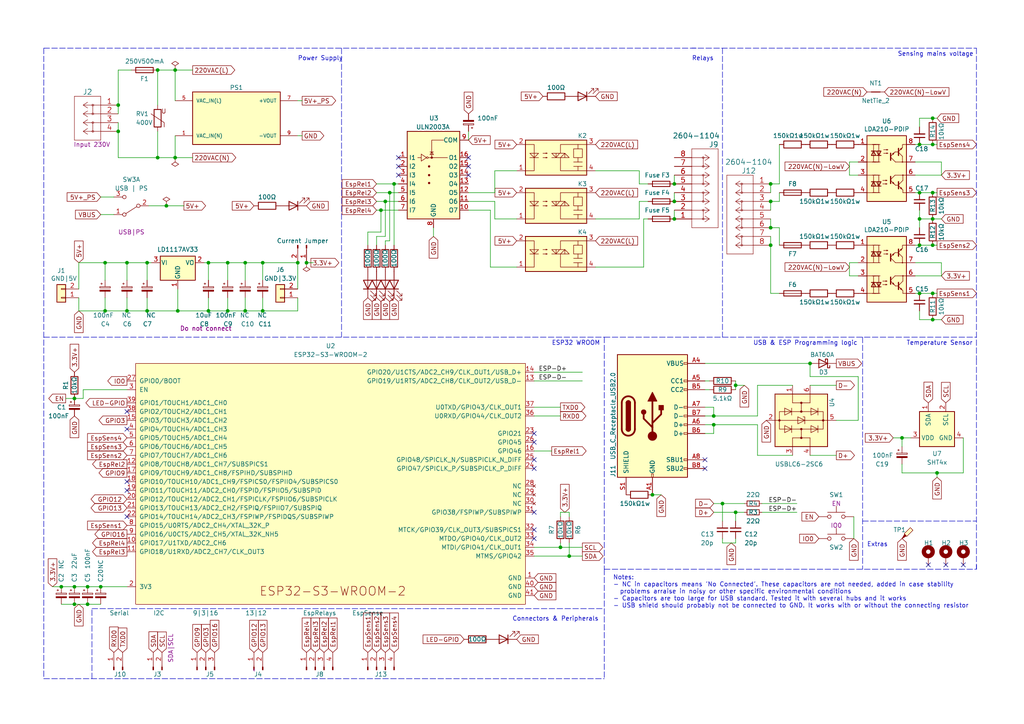
<source format=kicad_sch>
(kicad_sch (version 20211123) (generator eeschema)
  (paper "A4")
  (title_block (title "Home Assistant module for lights control") (date "2023-02-01") (rev "20230201.22"))
  (junction (at 270.51 63.5))
  (junction (at 266.7 85.09))
  (junction (at 21.59 115.57))
  (junction (at 270.51 92.71))
  (junction (at 266.7 63.5))
  (junction (at 165.1 161.29))
  (junction (at 21.59 175.26))
  (junction (at 25.4 175.26))
  (junction (at 270.51 71.12))
  (junction (at 30.48 76.2))
  (junction (at 213.36 148.59))
  (junction (at 60.452 90.17))
  (junction (at 36.83 90.17))
  (junction (at 25.4 170.18))
  (junction (at 223.52 53.34))
  (junction (at 189.23 143.51))
  (junction (at 51.562 90.17))
  (junction (at 223.52 58.42))
  (junction (at 45.72 45.72))
  (junction (at 111.76 58.42))
  (junction (at 271.78 137.16))
  (junction (at 223.52 66.04))
  (junction (at 60.452 76.2))
  (junction (at 36.83 76.2))
  (junction (at 71.12 76.2))
  (junction (at 88.9 76.2))
  (junction (at 195.58 63.5))
  (junction (at 17.78 170.18))
  (junction (at 66.04 90.17))
  (junction (at 270.51 41.91))
  (junction (at 113.03 55.88))
  (junction (at 71.12 90.17))
  (junction (at 50.8 45.72))
  (junction (at 110.49 60.96))
  (junction (at 48.26 59.69))
  (junction (at 270.51 85.09))
  (junction (at 270.51 55.88))
  (junction (at 34.29 38.1))
  (junction (at 50.8 20.32))
  (junction (at 195.58 53.34))
  (junction (at 207.01 123.19))
  (junction (at 213.36 111.76))
  (junction (at 270.51 34.29))
  (junction (at 30.48 90.17))
  (junction (at 21.59 170.18))
  (junction (at 86.36 76.2))
  (junction (at 76.2 76.2))
  (junction (at 29.21 170.18))
  (junction (at 261.62 127))
  (junction (at 266.7 71.12))
  (junction (at 42.672 76.2))
  (junction (at 34.29 30.48))
  (junction (at 42.672 90.17))
  (junction (at 66.04 76.2))
  (junction (at 195.58 58.42))
  (junction (at 45.72 20.32))
  (junction (at 223.52 71.12))
  (junction (at 207.01 120.65))
  (junction (at 266.7 41.91))
  (junction (at 114.3 53.34))
  (junction (at 266.7 55.88))
  (junction (at 209.55 146.05))
  (junction (at 76.2 90.17))
  (junction (at 162.56 158.75))
  (junction (at 234.95 105.41))
  (no_connect (at 135.89 48.26))
  (no_connect (at 279.4 163.83))
  (no_connect (at 135.89 50.8))
  (no_connect (at 204.47 135.89))
  (no_connect (at 204.47 133.35))
  (no_connect (at 274.32 163.83))
  (no_connect (at 135.89 45.72))
  (no_connect (at 154.94 156.21))
  (no_connect (at 154.94 135.89))
  (no_connect (at 154.94 153.67))
  (no_connect (at 154.94 148.59))
  (no_connect (at 154.94 128.27))
  (no_connect (at 154.94 125.73))
  (no_connect (at 154.94 133.35))
  (no_connect (at 36.83 119.38))
  (no_connect (at 36.83 142.24))
  (no_connect (at 36.83 139.7))
  (no_connect (at 36.83 149.86))
  (no_connect (at 36.83 124.46))
  (no_connect (at 115.57 45.72))
  (no_connect (at 115.57 50.8))
  (no_connect (at 269.24 163.83))
  (no_connect (at 115.57 48.26))
  (polyline (pts (xy 175.26 165.1) (xy 175.26 196.85)))
  (wire (pts (xy 21.59 175.26) (xy 17.78 175.26)))
  (wire (pts (xy 261.62 127) (xy 264.16 127)))
  (wire (pts (xy 259.08 127) (xy 261.62 127)))
  (wire (pts (xy 142.24 77.47) (xy 149.86 77.47)))
  (wire (pts (xy 279.4 127) (xy 279.4 137.16)))
  (wire (pts (xy 270.51 71.12) (xy 266.7 71.12)))
  (wire (pts (xy 66.04 86.36) (xy 66.04 90.17)))
  (wire (pts (xy 106.68 67.31) (xy 106.68 71.12)))
  (wire (pts (xy 204.47 125.73) (xy 207.01 125.73)))
  (wire (pts (xy 22.86 76.2) (xy 22.86 83.82)))
  (wire (pts (xy 45.72 20.32) (xy 50.8 20.32)))
  (wire (pts (xy 219.71 111.76) (xy 229.87 111.76)))
  (wire (pts (xy 66.04 76.2) (xy 71.12 76.2)))
  (wire (pts (xy 209.55 146.05) (xy 215.9 146.05)))
  (wire (pts (xy 109.22 58.42) (xy 111.76 58.42)))
  (wire (pts (xy 266.7 55.88) (xy 265.43 55.88)))
  (wire (pts (xy 226.06 66.04) (xy 223.52 66.04)))
  (wire (pts (xy 207.01 120.65) (xy 207.01 118.11)))
  (wire (pts (xy 154.94 110.49) (xy 168.91 110.49)))
  (polyline (pts (xy 283.21 13.97) (xy 283.21 104.14)))
  (wire (pts (xy 207.01 118.11) (xy 204.47 118.11)))
  (wire (pts (xy 45.72 30.48) (xy 45.72 20.32)))
  (wire (pts (xy 270.51 92.71) (xy 266.7 92.71)))
  (wire (pts (xy 189.23 143.51) (xy 191.77 143.51)))
  (wire (pts (xy 185.42 63.5) (xy 185.42 58.42)))
  (wire (pts (xy 135.89 58.42) (xy 143.51 58.42)))
  (wire (pts (xy 226.06 55.88) (xy 226.06 58.42)))
  (wire (pts (xy 60.452 76.2) (xy 66.04 76.2)))
  (wire (pts (xy 186.69 77.47) (xy 172.72 77.47)))
  (wire (pts (xy 36.83 90.17) (xy 42.672 90.17)))
  (wire (pts (xy 22.86 90.17) (xy 30.48 90.17)))
  (wire (pts (xy 109.22 53.34) (xy 114.3 53.34)))
  (polyline (pts (xy 250.19 97.79) (xy 250.19 165.1)))
  (wire (pts (xy 36.83 76.2) (xy 36.83 81.28)))
  (wire (pts (xy 168.91 158.75) (xy 162.56 158.75)))
  (wire (pts (xy 271.78 85.09) (xy 270.51 85.09)))
  (wire (pts (xy 48.26 59.69) (xy 53.34 59.69)))
  (polyline (pts (xy 175.26 97.79) (xy 175.26 165.1)))
  (wire (pts (xy 113.03 55.88) (xy 113.03 69.85)))
  (wire (pts (xy 261.62 137.16) (xy 271.78 137.16)))
  (polyline (pts (xy 283.21 165.1) (xy 283.21 163.83)))
  (wire (pts (xy 135.89 55.88) (xy 143.51 55.88)))
  (wire (pts (xy 45.72 38.1) (xy 45.72 45.72)))
  (wire (pts (xy 270.51 63.5) (xy 266.7 63.5)))
  (wire (pts (xy 266.7 34.29) (xy 270.51 34.29)))
  (wire (pts (xy 266.7 66.04) (xy 266.7 63.5)))
  (wire (pts (xy 187.96 53.34) (xy 185.42 53.34)))
  (wire (pts (xy 223.52 71.12) (xy 223.52 85.09)))
  (wire (pts (xy 34.29 35.56) (xy 34.29 38.1)))
  (polyline (pts (xy 209.55 13.97) (xy 209.55 97.79)))
  (wire (pts (xy 185.42 58.42) (xy 187.96 58.42)))
  (wire (pts (xy 271.78 34.29) (xy 270.51 34.29)))
  (polyline (pts (xy 175.26 97.79) (xy 283.21 97.79)))
  (wire (pts (xy 209.55 146.05) (xy 209.55 151.13)))
  (polyline (pts (xy 250.19 151.13) (xy 283.21 151.13)))
  (wire (pts (xy 19.05 115.57) (xy 21.59 115.57)))
  (wire (pts (xy 71.12 76.2) (xy 71.12 81.28)))
  (wire (pts (xy 22.86 86.36) (xy 22.86 90.17)))
  (wire (pts (xy 271.78 137.16) (xy 271.78 138.43)))
  (wire (pts (xy 30.48 90.17) (xy 36.83 90.17)))
  (wire (pts (xy 219.71 123.19) (xy 219.71 132.08)))
  (wire (pts (xy 279.4 137.16) (xy 271.78 137.16)))
  (wire (pts (xy 29.21 170.18) (xy 36.83 170.18)))
  (wire (pts (xy 273.05 80.01) (xy 265.43 80.01)))
  (polyline (pts (xy 26.67 196.85) (xy 26.67 176.53)))
  (wire (pts (xy 261.62 134.62) (xy 261.62 137.16)))
  (wire (pts (xy 143.51 49.53) (xy 143.51 55.88)))
  (wire (pts (xy 76.2 76.2) (xy 76.2 81.28)))
  (wire (pts (xy 111.76 68.58) (xy 109.22 68.58)))
  (wire (pts (xy 109.22 68.58) (xy 109.22 71.12)))
  (wire (pts (xy 172.72 63.5) (xy 185.42 63.5)))
  (wire (pts (xy 247.65 149.86) (xy 247.65 156.21)))
  (wire (pts (xy 213.36 156.21) (xy 213.36 157.48)))
  (wire (pts (xy 76.2 90.17) (xy 86.36 90.17)))
  (polyline (pts (xy 201.93 13.97) (xy 200.66 13.97)))
  (wire (pts (xy 209.55 157.48) (xy 213.36 157.48)))
  (wire (pts (xy 50.8 20.32) (xy 50.8 29.21)))
  (wire (pts (xy 34.29 38.1) (xy 34.29 45.72)))
  (wire (pts (xy 168.91 161.29) (xy 165.1 161.29)))
  (wire (pts (xy 213.36 110.49) (xy 213.36 111.76)))
  (wire (pts (xy 21.59 170.18) (xy 25.4 170.18)))
  (wire (pts (xy 266.7 92.71) (xy 266.7 90.17)))
  (wire (pts (xy 111.76 69.85) (xy 111.76 71.12)))
  (wire (pts (xy 226.06 71.12) (xy 226.06 66.04)))
  (wire (pts (xy 15.24 170.18) (xy 17.78 170.18)))
  (wire (pts (xy 246.38 76.2) (xy 248.92 76.2)))
  (wire (pts (xy 213.36 111.76) (xy 213.36 113.03)))
  (wire (pts (xy 43.18 59.69) (xy 48.26 59.69)))
  (wire (pts (xy 42.672 76.2) (xy 43.942 76.2)))
  (wire (pts (xy 86.36 86.36) (xy 86.36 90.17)))
  (wire (pts (xy 76.2 86.36) (xy 76.2 90.17)))
  (wire (pts (xy 17.78 170.18) (xy 21.59 170.18)))
  (wire (pts (xy 270.51 85.09) (xy 266.7 85.09)))
  (wire (pts (xy 185.42 49.53) (xy 172.72 49.53)))
  (wire (pts (xy 110.49 60.96) (xy 115.57 60.96)))
  (wire (pts (xy 205.74 110.49) (xy 204.47 110.49)))
  (wire (pts (xy 162.56 158.75) (xy 154.94 158.75)))
  (wire (pts (xy 36.83 76.2) (xy 42.672 76.2)))
  (wire (pts (xy 273.05 92.71) (xy 270.51 92.71)))
  (wire (pts (xy 229.87 132.08) (xy 219.71 132.08)))
  (wire (pts (xy 25.4 175.26) (xy 29.21 175.26)))
  (wire (pts (xy 223.52 85.09) (xy 226.06 85.09)))
  (wire (pts (xy 187.96 63.5) (xy 186.69 63.5)))
  (wire (pts (xy 246.38 50.8) (xy 246.38 46.99)))
  (wire (pts (xy 213.36 111.76) (xy 215.9 111.76)))
  (wire (pts (xy 195.58 53.34) (xy 195.58 50.8)))
  (wire (pts (xy 195.58 63.5) (xy 195.58 60.96)))
  (wire (pts (xy 42.672 86.36) (xy 42.672 90.17)))
  (wire (pts (xy 223.52 60.96) (xy 223.52 58.42)))
  (wire (pts (xy 266.7 36.83) (xy 266.7 34.29)))
  (wire (pts (xy 51.562 90.17) (xy 60.452 90.17)))
  (wire (pts (xy 271.78 71.12) (xy 270.51 71.12)))
  (wire (pts (xy 30.48 76.2) (xy 36.83 76.2)))
  (wire (pts (xy 242.57 132.08) (xy 234.95 132.08)))
  (wire (pts (xy 273.05 50.8) (xy 273.05 46.99)))
  (wire (pts (xy 30.48 76.2) (xy 30.48 81.28)))
  (wire (pts (xy 86.36 29.21) (xy 87.63 29.21)))
  (wire (pts (xy 60.452 86.36) (xy 60.452 90.17)))
  (wire (pts (xy 86.36 83.82) (xy 86.36 76.2)))
  (wire (pts (xy 213.36 148.59) (xy 215.9 148.59)))
  (polyline (pts (xy 12.7 196.85) (xy 175.26 196.85)))
  (wire (pts (xy 154.94 107.95) (xy 168.91 107.95)))
  (wire (pts (xy 246.38 46.99) (xy 248.92 46.99)))
  (wire (pts (xy 34.29 30.48) (xy 34.29 20.32)))
  (wire (pts (xy 266.7 63.5) (xy 266.7 60.96)))
  (wire (pts (xy 246.38 80.01) (xy 246.38 76.2)))
  (polyline (pts (xy 12.7 97.79) (xy 175.26 97.79)))
  (wire (pts (xy 29.21 62.23) (xy 33.02 62.23)))
  (wire (pts (xy 273.05 76.2) (xy 265.43 76.2)))
  (wire (pts (xy 111.76 58.42) (xy 115.57 58.42)))
  (wire (pts (xy 273.05 63.5) (xy 270.51 63.5)))
  (wire (pts (xy 114.3 53.34) (xy 115.57 53.34)))
  (wire (pts (xy 42.672 76.2) (xy 42.672 81.28)))
  (wire (pts (xy 223.52 66.04) (xy 223.52 63.5)))
  (wire (pts (xy 71.12 90.17) (xy 76.2 90.17)))
  (wire (pts (xy 231.14 146.05) (xy 220.98 146.05)))
  (wire (pts (xy 223.52 55.88) (xy 223.52 53.34)))
  (wire (pts (xy 22.86 76.2) (xy 30.48 76.2)))
  (wire (pts (xy 135.89 40.64) (xy 135.89 38.1)))
  (wire (pts (xy 204.47 123.19) (xy 207.01 123.19)))
  (wire (pts (xy 36.83 86.36) (xy 36.83 90.17)))
  (wire (pts (xy 42.672 90.17) (xy 51.562 90.17)))
  (wire (pts (xy 110.49 60.96) (xy 110.49 67.31)))
  (wire (pts (xy 261.62 127) (xy 261.62 129.54)))
  (wire (pts (xy 66.04 90.17) (xy 71.12 90.17)))
  (wire (pts (xy 25.4 170.18) (xy 29.21 170.18)))
  (wire (pts (xy 135.89 60.96) (xy 142.24 60.96)))
  (polyline (pts (xy 12.7 13.97) (xy 12.7 196.85)))
  (wire (pts (xy 226.06 41.91) (xy 226.06 53.34)))
  (wire (pts (xy 143.51 58.42) (xy 143.51 63.5)))
  (wire (pts (xy 234.95 109.22) (xy 234.95 105.41)))
  (wire (pts (xy 165.1 161.29) (xy 154.94 161.29)))
  (polyline (pts (xy 99.06 13.97) (xy 99.06 97.79)))
  (wire (pts (xy 273.05 50.8) (xy 265.43 50.8)))
  (wire (pts (xy 207.01 148.59) (xy 213.36 148.59)))
  (wire (pts (xy 266.7 41.91) (xy 265.43 41.91)))
  (wire (pts (xy 24.13 113.03) (xy 36.83 113.03)))
  (wire (pts (xy 109.22 55.88) (xy 113.03 55.88)))
  (wire (pts (xy 113.03 55.88) (xy 115.57 55.88)))
  (wire (pts (xy 88.9 76.2) (xy 90.932 76.2)))
  (polyline (pts (xy 175.26 165.1) (xy 175.26 165.1)))
  (wire (pts (xy 50.8 20.32) (xy 55.88 20.32)))
  (wire (pts (xy 76.2 76.2) (xy 86.36 76.2)))
  (wire (pts (xy 219.71 111.76) (xy 219.71 120.65)))
  (wire (pts (xy 165.1 148.59) (xy 162.56 148.59)))
  (wire (pts (xy 109.22 60.96) (xy 110.49 60.96)))
  (wire (pts (xy 162.56 118.11) (xy 154.94 118.11)))
  (wire (pts (xy 226.06 58.42) (xy 223.52 58.42)))
  (wire (pts (xy 242.57 121.92) (xy 248.92 121.92)))
  (wire (pts (xy 271.78 55.88) (xy 270.51 55.88)))
  (wire (pts (xy 60.452 90.17) (xy 66.04 90.17)))
  (wire (pts (xy 165.1 149.86) (xy 165.1 148.59)))
  (wire (pts (xy 71.12 86.36) (xy 71.12 90.17)))
  (wire (pts (xy 24.13 113.03) (xy 24.13 115.57)))
  (wire (pts (xy 266.7 85.09) (xy 265.43 85.09)))
  (wire (pts (xy 60.452 76.2) (xy 60.452 81.28)))
  (polyline (pts (xy 283.21 104.14) (xy 283.21 165.1)))
  (wire (pts (xy 29.21 57.15) (xy 33.02 57.15)))
  (wire (pts (xy 223.52 71.12) (xy 223.52 68.58)))
  (wire (pts (xy 114.3 53.34) (xy 114.3 71.12)))
  (wire (pts (xy 113.03 69.85) (xy 111.76 69.85)))
  (wire (pts (xy 186.69 63.5) (xy 186.69 77.47)))
  (wire (pts (xy 34.29 45.72) (xy 45.72 45.72)))
  (wire (pts (xy 50.8 45.72) (xy 55.88 45.72)))
  (wire (pts (xy 185.42 53.34) (xy 185.42 49.53)))
  (wire (pts (xy 231.14 148.59) (xy 220.98 148.59)))
  (wire (pts (xy 111.76 58.42) (xy 111.76 68.58)))
  (wire (pts (xy 51.562 83.82) (xy 51.562 90.17)))
  (wire (pts (xy 34.29 20.32) (xy 38.1 20.32)))
  (wire (pts (xy 125.73 68.58) (xy 125.73 66.04)))
  (wire (pts (xy 110.49 67.31) (xy 106.68 67.31)))
  (polyline (pts (xy 26.67 176.53) (xy 175.26 176.53)))
  (wire (pts (xy 86.36 39.37) (xy 87.63 39.37)))
  (wire (pts (xy 204.47 120.65) (xy 207.01 120.65)))
  (wire (pts (xy 143.51 49.53) (xy 149.86 49.53)))
  (wire (pts (xy 219.71 123.19) (xy 207.01 123.19)))
  (wire (pts (xy 204.47 105.41) (xy 234.95 105.41)))
  (wire (pts (xy 270.51 55.88) (xy 266.7 55.88)))
  (wire (pts (xy 226.06 53.34) (xy 223.52 53.34)))
  (wire (pts (xy 50.8 45.72) (xy 50.8 39.37)))
  (wire (pts (xy 242.57 111.76) (xy 234.95 111.76)))
  (wire (pts (xy 273.05 46.99) (xy 265.43 46.99)))
  (wire (pts (xy 25.4 175.26) (xy 21.59 175.26)))
  (wire (pts (xy 165.1 157.48) (xy 165.1 161.29)))
  (wire (pts (xy 248.92 80.01) (xy 246.38 80.01)))
  (wire (pts (xy 66.04 76.2) (xy 66.04 81.28)))
  (wire (pts (xy 162.56 148.59) (xy 162.56 149.86)))
  (wire (pts (xy 273.05 80.01) (xy 273.05 76.2)))
  (wire (pts (xy 162.56 157.48) (xy 162.56 158.75)))
  (wire (pts (xy 34.29 30.48) (xy 34.29 33.02)))
  (wire (pts (xy 270.51 41.91) (xy 266.7 41.91)))
  (wire (pts (xy 213.36 148.59) (xy 213.36 151.13)))
  (wire (pts (xy 219.71 120.65) (xy 207.01 120.65)))
  (wire (pts (xy 71.12 76.2) (xy 76.2 76.2)))
  (wire (pts (xy 30.48 86.36) (xy 30.48 90.17)))
  (wire (pts (xy 205.74 113.03) (xy 204.47 113.03)))
  (wire (pts (xy 207.01 125.73) (xy 207.01 123.19)))
  (wire (pts (xy 24.13 115.57) (xy 21.59 115.57)))
  (wire (pts (xy 266.7 71.12) (xy 265.43 71.12)))
  (wire (pts (xy 162.56 120.65) (xy 154.94 120.65)))
  (polyline (pts (xy 12.7 13.97) (xy 283.21 13.97)))
  (wire (pts (xy 207.01 146.05) (xy 209.55 146.05)))
  (wire (pts (xy 149.86 63.5) (xy 143.51 63.5)))
  (wire (pts (xy 45.72 45.72) (xy 50.8 45.72)))
  (wire (pts (xy 195.58 58.42) (xy 195.58 55.88)))
  (wire (pts (xy 248.92 50.8) (xy 246.38 50.8)))
  (wire (pts (xy 248.92 121.92) (xy 248.92 109.22)))
  (wire (pts (xy 209.55 156.21) (xy 209.55 157.48)))
  (wire (pts (xy 248.92 109.22) (xy 234.95 109.22)))
  (wire (pts (xy 160.02 130.81) (xy 154.94 130.81)))
  (wire (pts (xy 142.24 60.96) (xy 142.24 77.47)))
  (wire (pts (xy 60.452 76.2) (xy 59.182 76.2)))
  (wire (pts (xy 271.78 41.91) (xy 270.51 41.91)))
  (polyline (pts (xy 175.26 165.1) (xy 283.21 165.1)))
  (text "USB & ESP Programming logic" (at 218.44 100.33 0) (effects (font (size 1.27 1.27)) (justify left bottom)))
  (text "Relays" (at 200.66 17.78 0) (effects (font (size 1.27 1.27)) (justify left bottom)))
  (text "Temperature Sensor" (at 262.89 100.33 0) (effects (font (size 1.27 1.27)) (justify left bottom)))
  (text "Power Supply" (at 86.36 17.78 0) (effects (font (size 1.27 1.27)) (justify left bottom)))
  (text "Extras" (at 251.46 158.75 0) (effects (font (size 1.27 1.27)) (justify left bottom)))
  (text "Connectors & Peripherals" (at 148.59 180.34 0) (effects (font (size 1.27 1.27)) (justify left bottom)))
  (text "ESP32 WROOM\n" (at 160.02 100.33 0) (effects (font (size 1.27 1.27)) (justify left bottom)))
  (text "Notes:\n- NC in capacitors means 'No Connected'. These capacitors are not needed, added in case stability \n  problems arraise in noisy or other specific environmental conditions\n- Capacitors are too large for USB standard. Tested it with several hubs and it works\n- USB shield should probably not be connected to GND. It works with or without the connecting resistor" (at 177.8 176.53 0) (effects (font (size 1.27 1.27)) (justify left bottom)))
  (text "Sensing mains voltage" (at 260.35 16.51 0) (effects (font (size 1.27 1.27)) (justify left bottom)))
  (label "ESP-D+" (at 156.21 107.95 0))
  (label "ESP-D-" (at 156.21 110.49 0))
  (label "ESP-D-" (at 231.14 146.05 180))
  (label "ESP-D+" (at 231.14 148.59 180))
  (global_label "3.3V+" (shape input) (at 21.59 107.95 90) (property "Intersheet References" "${INTERSHEET_REFS}" (effects hide)))
  (global_label "GND" (shape input) (at 212.09 157.48 270) (property "Intersheet References" "${INTERSHEET_REFS}" (effects hide)))
  (global_label "GND" (shape input) (at 172.72 27.94 0) (property "Intersheet References" "${INTERSHEET_REFS}" (effects hide)))
  (global_label "GPIO9" (shape input) (at 57.15 189.23 90) (property "Intersheet References" "${INTERSHEET_REFS}" (effects hide)))
  (global_label "EspRel2" (shape input) (at 93.98 189.23 90) (property "Intersheet References" "${INTERSHEET_REFS}" (effects hide)))
  (global_label "GND" (shape input) (at 154.94 167.64 0) (property "Intersheet References" "${INTERSHEET_REFS}" (effects hide)))
  (global_label "GND" (shape input) (at 271.78 34.29 0) (property "Intersheet References" "${INTERSHEET_REFS}" (effects hide)))
  (global_label "220VAC(L)" (shape output) (at 55.88 20.32 0) (property "Intersheet References" "${INTERSHEET_REFS}" (effects hide)))
  (global_label "VBUS" (shape input) (at 29.21 62.23 180) (property "Intersheet References" "${INTERSHEET_REFS}" (effects hide)))
  (global_label "EN" (shape output) (at 19.05 115.57 180) (property "Intersheet References" "${INTERSHEET_REFS}" (effects hide)))
  (global_label "5V+" (shape input) (at 149.86 41.91 180) (property "Intersheet References" "${INTERSHEET_REFS}" (effects hide)))
  (global_label "220VAC(L)" (shape input) (at 172.72 69.85 0) (property "Intersheet References" "${INTERSHEET_REFS}" (effects hide)))
  (global_label "EspSens3" (shape output) (at 271.78 55.88 0) (property "Intersheet References" "${INTERSHEET_REFS}" (effects hide)))
  (global_label "5V+" (shape input) (at 149.86 69.85 180) (property "Intersheet References" "${INTERSHEET_REFS}" (effects hide)))
  (global_label "SDA" (shape input) (at 44.45 189.23 90) (property "Intersheet References" "${INTERSHEET_REFS}" (effects hide)))
  (global_label "RXD0" (shape output) (at 162.56 120.65 0) (property "Intersheet References" "${INTERSHEET_REFS}" (effects hide)))
  (global_label "GND" (shape input) (at 21.59 120.65 270) (property "Intersheet References" "${INTERSHEET_REFS}" (effects hide)))
  (global_label "RXD0" (shape input) (at 33.02 189.23 90) (property "Intersheet References" "${INTERSHEET_REFS}" (effects hide)))
  (global_label "5V+_PS" (shape output) (at 87.63 29.21 0) (property "Intersheet References" "${INTERSHEET_REFS}" (effects hide)))
  (global_label "GND" (shape input) (at 271.78 138.43 270) (property "Intersheet References" "${INTERSHEET_REFS}" (effects hide)))
  (global_label "220VAC(N)-LowV" (shape input) (at 246.38 48.26 180) (property "Intersheet References" "${INTERSHEET_REFS}" (effects hide)))
  (global_label "220VAC(N)-LowV" (shape input) (at 256.54 26.67 0) (property "Intersheet References" "${INTERSHEET_REFS}" (effects hide)))
  (global_label "TXD0" (shape input) (at 35.56 189.23 90) (property "Intersheet References" "${INTERSHEET_REFS}" (effects hide)))
  (global_label "GND" (shape input) (at 261.62 156.21 270) (property "Intersheet References" "${INTERSHEET_REFS}" (effects hide)))
  (global_label "EspRel1" (shape input) (at 109.22 53.34 180) (property "Intersheet References" "${INTERSHEET_REFS}" (effects hide)))
  (global_label "SDA" (shape input) (at 269.24 116.84 90) (property "Intersheet References" "${INTERSHEET_REFS}" (effects hide)))
  (global_label "GND" (shape input) (at 191.77 143.51 270) (property "Intersheet References" "${INTERSHEET_REFS}" (effects hide)))
  (global_label "GND" (shape input) (at 109.22 86.36 270) (property "Intersheet References" "${INTERSHEET_REFS}" (effects hide)))
  (global_label "SDA" (shape output) (at 168.91 161.29 0) (property "Intersheet References" "${INTERSHEET_REFS}" (effects hide)))
  (global_label "EspSens3" (shape input) (at 111.76 189.23 90) (property "Intersheet References" "${INTERSHEET_REFS}" (effects hide)))
  (global_label "D+" (shape output) (at 242.57 132.08 0) (property "Intersheet References" "${INTERSHEET_REFS}" (effects hide)))
  (global_label "220VAC(N)" (shape input) (at 251.46 26.67 180) (property "Intersheet References" "${INTERSHEET_REFS}" (effects hide)))
  (global_label "EspSens1" (shape input) (at 106.68 189.23 90) (property "Intersheet References" "${INTERSHEET_REFS}" (effects hide)))
  (global_label "GND" (shape input) (at 247.65 156.21 270) (property "Intersheet References" "${INTERSHEET_REFS}" (effects hide)))
  (global_label "IO0" (shape output) (at 36.83 110.49 180) (property "Intersheet References" "${INTERSHEET_REFS}" (effects hide)))
  (global_label "3.3V+" (shape input) (at 259.08 127 180) (property "Intersheet References" "${INTERSHEET_REFS}" (effects hide)))
  (global_label "GND" (shape input) (at 149.86 185.42 0) (property "Intersheet References" "${INTERSHEET_REFS}" (effects hide)))
  (global_label "LED-GPIO" (shape input) (at 134.62 185.42 180) (property "Intersheet References" "${INTERSHEET_REFS}" (effects hide)))
  (global_label "EspSens2" (shape output) (at 271.78 71.12 0) (property "Intersheet References" "${INTERSHEET_REFS}" (effects hide)))
  (global_label "5V+" (shape input) (at 22.86 76.2 90) (property "Intersheet References" "${INTERSHEET_REFS}" (effects hide)))
  (global_label "220VAC(L)" (shape input) (at 172.72 41.91 0) (property "Intersheet References" "${INTERSHEET_REFS}" (effects hide)))
  (global_label "GND" (shape input) (at 215.9 111.76 270) (property "Intersheet References" "${INTERSHEET_REFS}" (effects hide)))
  (global_label "D-" (shape input) (at 207.01 146.05 180) (property "Intersheet References" "${INTERSHEET_REFS}" (effects hide)))
  (global_label "GND" (shape output) (at 87.63 39.37 0) (property "Intersheet References" "${INTERSHEET_REFS}" (effects hide)))
  (global_label "GND" (shape input) (at 22.86 90.17 270) (property "Intersheet References" "${INTERSHEET_REFS}" (effects hide)))
  (global_label "5V+" (shape input) (at 73.66 59.69 180) (property "Intersheet References" "${INTERSHEET_REFS}" (effects hide)))
  (global_label "5V+" (shape input) (at 157.48 27.94 180) (property "Intersheet References" "${INTERSHEET_REFS}" (effects hide)))
  (global_label "5V+" (shape input) (at 135.89 40.64 0) (property "Intersheet References" "${INTERSHEET_REFS}" (effects hide)))
  (global_label "EspRel4" (shape input) (at 109.22 60.96 180) (property "Intersheet References" "${INTERSHEET_REFS}" (effects hide)))
  (global_label "5V+" (shape input) (at 149.86 55.88 180) (property "Intersheet References" "${INTERSHEET_REFS}" (effects hide)))
  (global_label "3.3V+" (shape input) (at 273.05 80.01 0) (property "Intersheet References" "${INTERSHEET_REFS}" (effects hide)))
  (global_label "EspRel3" (shape input) (at 91.44 189.23 90) (property "Intersheet References" "${INTERSHEET_REFS}" (effects hide)))
  (global_label "EspRel4" (shape output) (at 36.83 157.48 180) (property "Intersheet References" "${INTERSHEET_REFS}" (effects hide)))
  (global_label "SCL" (shape input) (at 46.99 189.23 90) (property "Intersheet References" "${INTERSHEET_REFS}" (effects hide)))
  (global_label "VBUS" (shape output) (at 242.57 105.41 0) (property "Intersheet References" "${INTERSHEET_REFS}" (effects hide)))
  (global_label "GND" (shape input) (at 273.05 63.5 0) (property "Intersheet References" "${INTERSHEET_REFS}" (effects hide)))
  (global_label "GND" (shape input) (at 154.94 170.18 0) (property "Intersheet References" "${INTERSHEET_REFS}" (effects hide)))
  (global_label "GND" (shape input) (at 154.94 172.72 0) (property "Intersheet References" "${INTERSHEET_REFS}" (effects hide)))
  (global_label "GPIO13" (shape input) (at 76.2 189.23 90) (property "Intersheet References" "${INTERSHEET_REFS}" (effects hide)))
  (global_label "GND" (shape input) (at 22.86 175.26 270) (property "Intersheet References" "${INTERSHEET_REFS}" (effects hide)))
  (global_label "GND" (shape input) (at 114.3 86.36 270) (property "Intersheet References" "${INTERSHEET_REFS}" (effects hide)))
  (global_label "EspRel2" (shape input) (at 109.22 55.88 180) (property "Intersheet References" "${INTERSHEET_REFS}" (effects hide)))
  (global_label "IO0" (shape input) (at 237.49 156.21 180) (property "Intersheet References" "${INTERSHEET_REFS}" (effects hide)))
  (global_label "GND" (shape input) (at 125.73 68.58 270) (property "Intersheet References" "${INTERSHEET_REFS}" (effects hide)))
  (global_label "EspRel1" (shape output) (at 160.02 130.81 0) (property "Intersheet References" "${INTERSHEET_REFS}" (effects hide)))
  (global_label "EspSens1" (shape output) (at 271.78 85.09 0) (property "Intersheet References" "${INTERSHEET_REFS}" (effects hide)))
  (global_label "3.3V+" (shape output) (at 90.17 76.2 0) (property "Intersheet References" "${INTERSHEET_REFS}" (effects hide)))
  (global_label "EspSens2" (shape input) (at 109.22 189.23 90) (property "Intersheet References" "${INTERSHEET_REFS}" (effects hide)))
  (global_label "5V+_PS" (shape input) (at 29.21 57.15 180) (property "Intersheet References" "${INTERSHEET_REFS}" (effects hide)))
  (global_label "3.3V+" (shape input) (at 163.83 148.59 90) (property "Intersheet References" "${INTERSHEET_REFS}" (effects hide)))
  (global_label "3.3V+" (shape input) (at 15.24 170.18 90) (property "Intersheet References" "${INTERSHEET_REFS}" (effects hide)))
  (global_label "GPIO12" (shape input) (at 73.66 189.23 90) (property "Intersheet References" "${INTERSHEET_REFS}" (effects hide)))
  (global_label "3.3V+" (shape input) (at 273.05 50.8 0) (property "Intersheet References" "${INTERSHEET_REFS}" (effects hide)))
  (global_label "GPIO12" (shape bidirectional) (at 36.83 144.78 180) (property "Intersheet References" "${INTERSHEET_REFS}" (effects hide)))
  (global_label "GPIO9" (shape output) (at 36.83 137.16 180) (property "Intersheet References" "${INTERSHEET_REFS}" (effects hide)))
  (global_label "GND" (shape input) (at 88.9 59.69 0) (property "Intersheet References" "${INTERSHEET_REFS}" (effects hide)))
  (global_label "GPIO16" (shape output) (at 36.83 154.94 180) (property "Intersheet References" "${INTERSHEET_REFS}" (effects hide)))
  (global_label "EspRel3" (shape input) (at 109.22 58.42 180) (property "Intersheet References" "${INTERSHEET_REFS}" (effects hide)))
  (global_label "EN" (shape input) (at 237.49 149.86 180) (property "Intersheet References" "${INTERSHEET_REFS}" (effects hide)))
  (global_label "GPIO3" (shape input) (at 59.69 189.23 90) (property "Intersheet References" "${INTERSHEET_REFS}" (effects hide)))
  (global_label "EspSens3" (shape input) (at 36.83 129.54 180) (property "Intersheet References" "${INTERSHEET_REFS}" (effects hide)))
  (global_label "5V+" (shape output) (at 53.34 59.69 0) (property "Intersheet References" "${INTERSHEET_REFS}" (effects hide)))
  (global_label "GND" (shape input) (at 273.05 92.71 0) (property "Intersheet References" "${INTERSHEET_REFS}" (effects hide)))
  (global_label "D+" (shape input) (at 207.01 148.59 180) (property "Intersheet References" "${INTERSHEET_REFS}" (effects hide)))
  (global_label "TXD0" (shape output) (at 162.56 118.11 0) (property "Intersheet References" "${INTERSHEET_REFS}" (effects hide)))
  (global_label "220VAC(N)" (shape output) (at 55.88 45.72 0) (property "Intersheet References" "${INTERSHEET_REFS}" (effects hide)))
  (global_label "GND" (shape input) (at 222.25 121.92 270) (property "Intersheet References" "${INTERSHEET_REFS}" (effects hide)))
  (global_label "EspSens4" (shape input) (at 114.3 189.23 90) (property "Intersheet References" "${INTERSHEET_REFS}" (effects hide)))
  (global_label "D-" (shape output) (at 242.57 111.76 0) (property "Intersheet References" "${INTERSHEET_REFS}" (effects hide)))
  (global_label "LED-GPIO" (shape output) (at 36.83 116.84 180) (property "Intersheet References" "${INTERSHEET_REFS}" (effects hide)))
  (global_label "GND" (shape input) (at 106.68 86.36 270) (property "Intersheet References" "${INTERSHEET_REFS}" (effects hide)))
  (global_label "SCL" (shape output) (at 168.91 158.75 0) (property "Intersheet References" "${INTERSHEET_REFS}" (effects hide)))
  (global_label "EspRel1" (shape input) (at 96.52 189.23 90) (property "Intersheet References" "${INTERSHEET_REFS}" (effects hide)))
  (global_label "EspRel2" (shape output) (at 36.83 134.62 180) (property "Intersheet References" "${INTERSHEET_REFS}" (effects hide)))
  (global_label "220VAC(N)-LowV" (shape input) (at 246.38 77.47 180) (property "Intersheet References" "${INTERSHEET_REFS}" (effects hide)))
  (global_label "220VAC(L)" (shape input) (at 172.72 55.88 0) (property "Intersheet References" "${INTERSHEET_REFS}" (effects hide)))
  (global_label "EspSens4" (shape input) (at 36.83 127 180) (property "Intersheet References" "${INTERSHEET_REFS}" (effects hide)))
  (global_label "EspSens2" (shape input) (at 36.83 132.08 180) (property "Intersheet References" "${INTERSHEET_REFS}" (effects hide)))
  (global_label "GND" (shape input) (at 111.76 86.36 270) (property "Intersheet References" "${INTERSHEET_REFS}" (effects hide)))
  (global_label "EspRel3" (shape output) (at 36.83 160.02 180) (property "Intersheet References" "${INTERSHEET_REFS}" (effects hide)))
  (global_label "GND" (shape input) (at 135.89 33.02 90) (property "Intersheet References" "${INTERSHEET_REFS}" (effects hide)))
  (global_label "EspSens1" (shape input) (at 36.83 152.4 180) (property "Intersheet References" "${INTERSHEET_REFS}" (effects hide)))
  (global_label "SCL" (shape input) (at 274.32 116.84 90) (property "Intersheet References" "${INTERSHEET_REFS}" (effects hide)))
  (global_label "EspRel4" (shape input) (at 88.9 189.23 90) (property "Intersheet References" "${INTERSHEET_REFS}" (effects hide)))
  (global_label "EspSens4" (shape output) (at 271.78 41.91 0) (property "Intersheet References" "${INTERSHEET_REFS}" (effects hide)))
  (global_label "GPIO13" (shape bidirectional) (at 36.83 147.32 180) (property "Intersheet References" "${INTERSHEET_REFS}" (effects hide)))
  (global_label "GPIO16" (shape input) (at 62.23 189.23 90) (property "Intersheet References" "${INTERSHEET_REFS}" (effects hide)))
  (global_label "GPIO3" (shape output) (at 36.83 121.92 180) (property "Intersheet References" "${INTERSHEET_REFS}" (effects hide)))
  (symbol (lib_id "Device:R") (at 245.11 71.12 90) (unit 1)
    (property "Reference" "R16" (effects hide))
    (property "Value" "150kΩ1w" (at 245.11 68.58 90))
    (property "Footprint" "Resistor_SMD:R_2512_6332Metric_Pad1.40x3.35mm_HandSolder" (effects hide))
    (property "JLCPCB" "C25719" (effects hide))
    (property "LCSC" "C25719" (effects hide))
  )
  (symbol (lib_id "Transistor_Array:ULN2003A") (at 125.73 50.8 0) (unit 1)
    (property "Reference" "U3" (at 124.46 34.29 0) (effects (justify left)))
    (property "Value" "ULN2003A" (at 120.65 36.83 0) (effects (justify left)))
    (property "Footprint" "Package_SO:SOIC-16_3.9x9.9mm_P1.27mm" (effects hide))
    (property "Datasheet" "http://www.ti.com/lit/ds/symlink/uln2003a.pdf" (effects hide))
    (property "JLCPCB" "C7512" (effects hide))
    (property "LCSC" "C7512" (effects hide))
  )
  (symbol (lib_id "Device:R") (at 245.11 85.09 90) (unit 1)
    (property "Reference" "R15" (effects hide))
    (property "Value" "150kΩ1w" (at 245.11 87.63 90))
    (property "Footprint" "Resistor_SMD:R_2512_6332Metric_Pad1.40x3.35mm_HandSolder" (effects hide))
    (property "JLCPCB" "C25719" (effects hide))
    (property "LCSC" "C25719" (effects hide))
  )
  (symbol (lib_id "Device:Fuse") (at 41.91 20.32 90) (unit 1)
    (property "Reference" "F1" (at 41.91 22.86 90))
    (property "Value" "250V500mA" (at 41.91 17.78 90))
    (property "Footprint" "Fuse:Fuseholder_TR5_Littelfuse_No560_No460" (effects hide))
  )
  (symbol (lib_id "Device:Varistor") (at 45.72 34.29 180) (unit 1)
    (property "Reference" "RV1" (at 39.37 33.02 0) (effects (justify right)))
    (property "Value" "400V" (at 39.37 35.56 0) (effects (justify right)))
    (property "Footprint" "Varistor:RV_Disc_D12mm_W4.2mm_P7.5mm" (effects hide))
  )
  (symbol (lib_id "Regulator_Linear:LD1117S33TR_SOT223") (at 51.562 76.2 0) (unit 1)
    (property "Reference" "U1" (effects hide))
    (property "Value" "LD1117AV33" (at 51.562 72.3646 0))
    (property "Footprint" "Package_TO_SOT_THT:TO-220-3_Vertical" (effects hide))
    (property "Datasheet" "http://www.st.com/st-web-ui/static/active/en/resource/technical/document/datasheet/CD00000544.pdf" (effects hide))
  )
  (symbol (lib_id "Connector_Generic:Conn_01x02") (at 17.78 86.36 180) (unit 1)
    (property "Reference" "J1" (at 17.78 78.486 0))
    (property "Value" "GND|5V" (at 18.542 80.772 0))
    (property "Footprint" "Connector_JST:JST_XH_B2B-XH-A_1x02_P2.50mm_Vertical" (effects hide))
  )
  (symbol (lib_id "RAC05-05SK_277:RAC05-05SK{slash}277") (at 68.58 34.29 0) (unit 1)
    (property "Reference" "PS1" (at 68.58 25.4 0))
    (property "Value" "RAC05-05SK/277" (effects hide))
    (property "Footprint" "rac05-05sk:277" (effects hide))
    (property "STANDARD" "Manufacturer Recommendations" (effects hide))
    (property "MAXIMUM_PACKAGE_HEIGHT" "21.8mm" (effects hide))
    (property "MANUFACTURER" "RECOM" (effects hide))
    (property "PARTREV" "N/A" (effects hide))
  )
  (symbol (lib_id "Device:C_Polarized_Small") (at 60.452 83.82 0) (unit 1)
    (property "Reference" "C8" (at 57.912 93.98 0) (effects (justify left)))
    (property "Value" "10uF" (at 56.642 91.44 0) (effects (justify left)))
    (property "Footprint" "Capacitor_THT:CP_Radial_D6.3mm_P2.50mm" (effects hide))
    (property "Field4" "Do not connect" (at 59.69 95.25 0))
  )
  (symbol (lib_id "Connector_Generic:Conn_01x02") (at 81.28 86.36 180) (unit 1)
    (property "Reference" "J6" (at 81.28 78.232 0))
    (property "Value" "GND|3.3V" (at 81.28 80.772 0))
    (property "Footprint" "Connector_JST:JST_XH_B2B-XH-A_1x02_P2.50mm_Vertical" (effects hide))
  )
  (symbol (lib_id "Connector:Conn_01x02_Male") (at 88.9 71.12 270) (unit 1)
    (property "Reference" "J7" (effects hide))
    (property "Value" "Current Jumper" (at 95.25 69.85 90) (effects (justify right)))
    (property "Footprint" "Connector_PinHeader_2.54mm:PinHeader_1x02_P2.54mm_Vertical" (effects hide))
  )
  (symbol (lib_id "Device:R") (at 237.49 71.12 90) (unit 1)
    (property "Reference" "R20" (effects hide))
    (property "Value" "150kΩ1w" (at 236.22 68.58 90))
    (property "Footprint" "Resistor_SMD:R_2512_6332Metric_Pad1.40x3.35mm_HandSolder" (effects hide))
    (property "JLCPCB" "C25719" (effects hide))
    (property "LCSC" "C25719" (effects hide))
  )
  (symbol (lib_id "Device:R") (at 237.49 85.09 90) (unit 1)
    (property "Reference" "R19" (effects hide))
    (property "Value" "150kΩ1w" (at 236.22 87.63 90))
    (property "Footprint" "Resistor_SMD:R_2512_6332Metric_Pad1.40x3.35mm_HandSolder" (effects hide))
    (property "JLCPCB" "C25719" (effects hide))
    (property "LCSC" "C25719" (effects hide))
  )
  (symbol (lib_id "Device:C_Polarized_Small") (at 42.672 83.82 0) (unit 1)
    (property "Reference" "C7" (at 41.402 93.98 0) (effects (justify left)))
    (property "Value" "NC" (at 45.212 91.44 0) (effects (justify right)))
    (property "Footprint" "Capacitor_SMD:C_0805_2012Metric_Pad1.18x1.45mm_HandSolder" (effects hide))
    (property "Datasheet" "https://www.distrelec.ch/en/ceramic-capacitor-100nf-50vdc-0805-rnd-components-rnd-1500805b104j500nt/p/30086635?q=smd+capacitor+&pos=5&origPos=990&origPageSize=50&track=true" (effects hide))
  )
  (symbol (lib_id "Device:C_Polarized_Small") (at 135.89 35.56 180) (unit 1)
    (property "Reference" "C14" (effects hide))
    (property "Value" "100nF" (at 138.43 34.29 0) (effects (justify right)))
    (property "Footprint" "Capacitor_SMD:C_0603_1608Metric_Pad1.08x0.95mm_HandSolder" (effects hide))
    (property "Datasheet" "https://www.distrelec.ch/en/ceramic-capacitor-100nf-50vdc-0805-rnd-components-rnd-1500805b104j500nt/p/30086635?q=smd+capacitor+&pos=5&origPos=990&origPageSize=50&track=true" (effects hide))
    (property "JLCPCB" "C14663" (effects hide))
    (property "LCSC" "C14663" (effects hide))
  )
  (symbol (lib_id "wago-2604-1104:2604-1104") (at 213.36 60.96 180) (unit 1)
    (property "Reference" "J12" (at 217.17 49.53 0) (effects (font (size 1.524 1.524))))
    (property "Value" "2604-1104" (at 217.17 46.99 0) (effects (font (size 1.524 1.524))))
    (property "Footprint" "wago-2604-1104:big_pads_2604-1104" (effects hide))
  )
  (symbol (lib_name "2604-1104_1") (lib_id "wago-2604-1104:2604-1104") (at 205.74 55.88 0) (unit 1)
    (property "Reference" "J9" (at 207.01 41.91 0) (effects (font (size 1.524 1.524))))
    (property "Value" "2604-1104" (at 201.93 39.37 0) (effects (font (size 1.524 1.524))))
    (property "Footprint" "wago-2604-1104:big_pads_2604-1104" (effects hide))
  )
  (symbol (lib_id "power:PWR_FLAG") (at 50.8 45.72 180) (unit 1)
    (property "Reference" "#FLG02" (effects hide))
    (property "Value" "PWR_FLAG" (effects hide))
  )
  (symbol (lib_id "wago-2604-1102:2604-1102") (at 24.13 33.02 180) (unit 1)
    (property "Reference" "J2" (at 25.4 26.67 0) (effects (font (size 1.524 1.524))))
    (property "Value" "2604-1102" (effects hide))
    (property "Footprint" "wago-2604-1102:big_pads_2604-1102" (effects hide))
    (property "Text" "Input 230V" (at 26.67 41.91 0))
  )
  (symbol (lib_id "power:PWR_FLAG") (at 50.8 20.32 0) (unit 1)
    (property "Reference" "#FLG01" (effects hide))
    (property "Value" "PWR_FLAG" (effects hide))
  )
  (symbol (lib_id "power:PWR_FLAG") (at 88.9 76.2 180) (unit 1)
    (property "Reference" "#FLG04" (effects hide))
    (property "Value" "PWR_FLAG" (effects hide))
  )
  (symbol (lib_id "Device:R") (at 77.47 59.69 270) (unit 1)
    (property "Reference" "R2" (effects hide))
    (property "Value" "100Ω" (at 77.47 57.15 90))
    (property "Footprint" "Resistor_SMD:R_0805_2012Metric_Pad1.20x1.40mm_HandSolder" (effects hide))
    (property "Datasheet" "https://www.distrelec.ch/en/high-power-thick-film-smd-resistor-0805-150ohm-330mw-rnd-components-rnd-155hp05w3f1500t5e/p/30111774?q=*&pos=2&origPos=1787&origPageSize=50&track=true" (effects hide))
    (property "JLCPCB" "C17408" (effects hide))
    (property "LCSC" "C17408" (effects hide))
  )
  (symbol (lib_id "Device:C_Polarized_Small") (at 66.04 83.82 0) (unit 1)
    (property "Reference" "C9" (at 64.77 93.98 0) (effects (justify left)))
    (property "Value" "100nF" (at 68.58 91.44 0) (effects (justify right)))
    (property "Footprint" "Capacitor_SMD:C_0603_1608Metric_Pad1.08x0.95mm_HandSolder" (effects hide))
    (property "Datasheet" "https://www.distrelec.ch/en/ceramic-capacitor-100nf-50vdc-0805-rnd-components-rnd-1500805b104j500nt/p/30086635?q=smd+capacitor+&pos=5&origPos=990&origPageSize=50&track=true" (effects hide))
    (property "JLCPCB" "C14663" (effects hide))
    (property "LCSC" "C14663" (effects hide))
  )
  (symbol (lib_id "Device:LED") (at 85.09 59.69 180) (unit 1)
    (property "Reference" "D1" (effects hide))
    (property "Value" "LED" (effects hide))
    (property "Footprint" "LED_SMD:LED_0805_2012Metric_Pad1.15x1.40mm_HandSolder" (effects hide))
    (property "Datasheet" "https://www.distrelec.ch/en/smd-led-green-575nm-20ma-2v-140-everlight-electronics-17-21sygc-s530-e1-tr8/p/17531205?q=*&pos=9&origPos=371&origPageSize=50&track=true" (effects hide))
    (property "JLCPCB" "C2297" (effects hide))
    (property "LCSC" "C2297" (effects hide))
  )
  (symbol (lib_id "Mechanical:MountingHole_Pad") (at 269.24 161.29 0) (unit 1)
    (property "Reference" "H1" (at 267.97 157.48 0) (effects (justify left)))
    (property "Value" "MountingHole_Pad" (effects hide))
    (property "Footprint" "MountingHole:MountingHole_3.2mm_M3_ISO14580_Pad" (effects hide))
  )
  (symbol (lib_id "Mechanical:MountingHole_Pad") (at 274.32 161.29 0) (unit 1)
    (property "Reference" "H2" (at 273.05 157.48 0) (effects (justify left)))
    (property "Value" "MountingHole_Pad" (effects hide))
    (property "Footprint" "MountingHole:MountingHole_3.2mm_M3_ISO14580_Pad" (effects hide))
  )
  (symbol (lib_id "Switch:SW_Push") (at 242.57 149.86 0) (unit 1)
    (property "Reference" "SW1" (at 242.57 143.51 0))
    (property "Value" "Switch" (effects hide))
    (property "Footprint" "Button_Switch_SMD:SW_SPST_SKQG_WithStem" (effects hide))
    (property "JLCPCB" "C318884" (effects hide))
    (property "Label" "EN" (at 242.57 146.05 0))
    (property "LCSC" "C318884" (effects hide))
  )
  (symbol (lib_id "Switch:SW_Push") (at 242.57 156.21 0) (unit 1)
    (property "Reference" "SW2" (at 242.57 158.75 0))
    (property "Value" "Switch" (effects hide))
    (property "Footprint" "Button_Switch_SMD:SW_SPST_SKQG_WithStem" (effects hide))
    (property "JLCPCB" "C318884" (effects hide))
    (property "Label" "IO0" (at 242.57 152.4 0))
    (property "LCSC" "C318884" (effects hide))
  )
  (symbol (lib_id "Device:R") (at 21.59 111.76 180) (unit 1)
    (property "Reference" "R1" (at 19.05 111.76 90))
    (property "Value" "10kΩ" (at 21.59 111.76 90))
    (property "Footprint" "Resistor_SMD:R_0603_1608Metric_Pad0.98x0.95mm_HandSolder" (effects hide))
    (property "Datasheet" "0603WAF1002T5E" (effects hide))
    (property "JLCPCB" "C25804" (effects hide))
    (property "LCSC" "C25804" (effects hide))
  )
  (symbol (lib_id "Device:C_Polarized_Small") (at 21.59 118.11 0) (unit 1)
    (property "Reference" "C1" (at 16.51 118.11 0) (effects (justify left)))
    (property "Value" "100nF" (at 13.97 120.65 0) (effects (justify left)))
    (property "Footprint" "Capacitor_SMD:C_0603_1608Metric_Pad1.08x0.95mm_HandSolder" (effects hide))
    (property "JLCPCB" "C14663" (effects hide))
    (property "LCSC" "C14663" (effects hide))
  )
  (symbol (lib_id "Device:C_Polarized_Small") (at 17.78 172.72 0) (unit 1)
    (property "Reference" "C2" (at 17.78 168.91 90) (effects (justify left)))
    (property "Value" "NC" (at 17.78 165.1 90) (effects (justify left)))
    (property "Footprint" "Capacitor_SMD:C_1206_3216Metric_Pad1.33x1.80mm_HandSolder" (effects hide))
    (property "Datasheet" "CL10A226MQ8NRNC" (effects hide))
  )
  (symbol (lib_id "Device:C_Polarized_Small") (at 25.4 172.72 0) (unit 1)
    (property "Reference" "C5" (at 25.4 168.91 90) (effects (justify left)))
    (property "Value" "100nF" (at 25.4 165.1 90) (effects (justify left)))
    (property "Footprint" "Capacitor_SMD:C_0603_1608Metric_Pad1.08x0.95mm_HandSolder" (effects hide))
    (property "JLCPCB" "C14663" (effects hide))
    (property "LCSC" "C14663" (effects hide))
  )
  (symbol (lib_id "LDA210-PDIP:LDA210-PDIP") (at 256.54 76.2 0) (unit 1)
    (property "Reference" "U5" (at 257.175 64.3382 0))
    (property "Value" "LDA210-PDIP" (at 257.175 66.6496 0))
    (property "Footprint" "Package_DIP:DIP-8_W7.62mm_Socket_LongPads" (effects hide))
    (property "Datasheet" "http://optoelectronics.liteon.com/upload/download/DS70-2001-006/S_110_LTV-355T%2020140520.pdf" (effects hide))
  )
  (symbol (lib_id "Device:R") (at 245.11 55.88 90) (unit 1)
    (property "Reference" "R17" (effects hide))
    (property "Value" "150kΩ1w" (at 245.11 58.42 90))
    (property "Footprint" "Resistor_SMD:R_2512_6332Metric_Pad1.40x3.35mm_HandSolder" (effects hide))
    (property "JLCPCB" "C25719" (effects hide))
    (property "LCSC" "C25719" (effects hide))
  )
  (symbol (lib_id "Device:R") (at 245.11 41.91 90) (unit 1)
    (property "Reference" "R18" (effects hide))
    (property "Value" "150kΩ1w" (at 245.11 39.37 90))
    (property "Footprint" "Resistor_SMD:R_2512_6332Metric_Pad1.40x3.35mm_HandSolder" (effects hide))
    (property "JLCPCB" "C25719" (effects hide))
    (property "LCSC" "C25719" (effects hide))
  )
  (symbol (lib_id "Device:R") (at 237.49 41.91 90) (unit 1)
    (property "Reference" "R22" (effects hide))
    (property "Value" "150kΩ1w" (at 236.22 39.37 90))
    (property "Footprint" "Resistor_SMD:R_2512_6332Metric_Pad1.40x3.35mm_HandSolder" (effects hide))
    (property "JLCPCB" "C25719" (effects hide))
    (property "LCSC" "C25719" (effects hide))
  )
  (symbol (lib_id "Device:R") (at 237.49 55.88 90) (unit 1)
    (property "Reference" "R21" (effects hide))
    (property "Value" "150kΩ1w" (at 236.22 58.42 90))
    (property "Footprint" "Resistor_SMD:R_2512_6332Metric_Pad1.40x3.35mm_HandSolder" (effects hide))
    (property "JLCPCB" "C25719" (effects hide))
    (property "LCSC" "C25719" (effects hide))
  )
  (symbol (lib_id "LDA210-PDIP:LDA210-PDIP") (at 256.54 46.99 0) (unit 1)
    (property "Reference" "U6" (at 257.175 35.1282 0))
    (property "Value" "LDA210-PDIP" (at 257.175 37.4396 0))
    (property "Footprint" "Package_DIP:DIP-8_W7.62mm_Socket_LongPads" (effects hide))
    (property "Datasheet" "http://optoelectronics.liteon.com/upload/download/DS70-2001-006/S_110_LTV-355T%2020140520.pdf" (effects hide))
  )
  (symbol (lib_id "Connector:Conn_01x04_Male") (at 109.22 194.31 90) (unit 1)
    (property "Reference" "J13" (at 110.49 195.58 90))
    (property "Value" "EspSense" (at 106.68 177.8 90))
    (property "Footprint" "Connector_PinSocket_2.54mm:PinSocket_1x04_P2.54mm_Vertical" (effects hide))
  )
  (symbol (lib_id "Connector:Conn_01x02_Male") (at 33.02 194.31 90) (unit 1)
    (property "Reference" "J10" (at 33.02 195.58 90) (effects (justify right)))
    (property "Value" "Serial" (at 31.75 177.8 90) (effects (justify right)))
    (property "Footprint" "Connector_PinHeader_2.54mm:PinHeader_1x02_P2.54mm_Vertical" (effects hide))
    (property "Field4" "Rx | Tx" (effects hide))
  )
  (symbol (lib_id "Device:C_Polarized_Small") (at 261.62 132.08 0) (unit 1)
    (property "Reference" "C19" (at 257.81 134.62 0) (effects (justify right)))
    (property "Value" "100nF" (at 259.08 132.08 0) (effects (justify right)))
    (property "Footprint" "Capacitor_SMD:C_0603_1608Metric_Pad1.08x0.95mm_HandSolder" (effects hide))
    (property "JLCPCB" "C14663" (effects hide))
    (property "LCSC" "C14663" (effects hide))
  )
  (symbol (lib_id "Connector:Conn_01x03_Male") (at 59.69 194.31 90) (unit 1)
    (property "Reference" "J5" (at 59.69 195.58 90) (effects (justify right)))
    (property "Value" "9|3|16" (at 55.88 177.8 90) (effects (justify right)))
    (property "Footprint" "Connector_PinHeader_2.54mm:PinHeader_1x03_P2.54mm_Vertical" (effects hide))
    (property "PcbText" "9|16|3" (effects hide))
  )
  (symbol (lib_id "Device:R") (at 270.51 59.69 0) (unit 1)
    (property "Reference" "R13" (at 270.51 59.69 90))
    (property "Value" "10kΩ" (at 273.05 59.69 90))
    (property "Footprint" "Resistor_SMD:R_0603_1608Metric_Pad0.98x0.95mm_HandSolder" (effects hide))
    (property "Datasheet" "0603WAF1002T5E" (effects hide))
    (property "JLCPCB" "C25804" (effects hide))
    (property "LCSC" "C25804" (effects hide))
  )
  (symbol (lib_id "Device:C_Polarized_Small") (at 21.59 172.72 0) (unit 1)
    (property "Reference" "C3" (at 21.59 168.91 90) (effects (justify left)))
    (property "Value" "22uF" (at 21.59 165.1 90) (effects (justify left)))
    (property "Footprint" "Capacitor_SMD:C_0603_1608Metric_Pad1.08x0.95mm_HandSolder" (effects hide))
    (property "Datasheet" "CL10A226MQ8NRNC" (effects hide))
    (property "JLCPCB" "C59461" (effects hide))
    (property "LCSC" "C59461" (effects hide))
  )
  (symbol (lib_id "Device:C_Small") (at 266.7 58.42 0) (unit 1)
    (property "Reference" "C17" (at 265.43 54.61 0) (effects (justify left)))
    (property "Value" "22uF" (effects hide))
    (property "Footprint" "Capacitor_SMD:C_0603_1608Metric_Pad1.08x0.95mm_HandSolder" (effects hide))
    (property "JLCPCB" "C59461" (effects hide))
    (property "LCSC" "C59461" (effects hide))
  )
  (symbol (lib_id "Device:Fuse") (at 229.87 85.09 270) (unit 1)
    (property "Reference" "F6" (at 229.87 82.55 90))
    (property "Value" "Fuse" (effects hide))
    (property "Footprint" "RST-80-AMMO:FUSE_RST-1-BULK" (effects hide))
  )
  (symbol (lib_id "Device:C_Polarized_Small") (at 30.48 83.82 0) (unit 1)
    (property "Reference" "C4" (at 29.21 93.98 0) (effects (justify left)))
    (property "Value" "100nF" (at 33.02 91.44 0) (effects (justify right)))
    (property "Footprint" "Capacitor_SMD:C_0603_1608Metric_Pad1.08x0.95mm_HandSolder" (effects hide))
    (property "Datasheet" "https://www.distrelec.ch/en/ceramic-capacitor-100nf-50vdc-0805-rnd-components-rnd-1500805b104j500nt/p/30086635?q=smd+capacitor+&pos=5&origPos=990&origPageSize=50&track=true" (effects hide))
    (property "JLCPCB" "C14663" (effects hide))
    (property "LCSC" "C14663" (effects hide))
  )
  (symbol (lib_id "Device:LED") (at 111.76 82.55 90) (unit 1)
    (property "Reference" "D5" (effects hide))
    (property "Value" "LED" (effects hide))
    (property "Footprint" "LED_SMD:LED_0603_1608Metric" (effects hide))
    (property "Datasheet" "https://www.distrelec.ch/en/smd-led-green-575nm-20ma-2v-140-everlight-electronics-17-21sygc-s530-e1-tr8/p/17531205?q=*&pos=9&origPos=371&origPageSize=50&track=true" (effects hide))
    (property "JLCPCB" "C72041" (effects hide))
    (property "LCSC" "C72041" (effects hide))
  )
  (symbol (lib_id "Device:R") (at 114.3 74.93 180) (unit 1)
    (property "Reference" "R23" (effects hide))
    (property "Value" "100Ω" (at 114.3 74.93 90))
    (property "Footprint" "Resistor_SMD:R_0603_1608Metric_Pad0.98x0.95mm_HandSolder" (effects hide))
    (property "Datasheet" "https://www.distrelec.ch/en/high-power-thick-film-smd-resistor-0805-150ohm-330mw-rnd-components-rnd-155hp05w3f1500t5e/p/30111774?q=*&pos=2&origPos=1787&origPageSize=50&track=true" (effects hide))
    (property "JLCPCB" "C22775" (effects hide))
    (property "LCSC" "C22775" (effects hide))
  )
  (symbol (lib_id "Device:R") (at 209.55 113.03 90) (unit 1)
    (property "Reference" "R9" (at 209.55 113.03 90))
    (property "Value" "5.1kΩ" (at 209.55 115.57 90))
    (property "Footprint" "Resistor_SMD:R_0603_1608Metric_Pad0.98x0.95mm_HandSolder" (effects hide))
    (property "JLCPCB" "C23186" (effects hide))
    (property "LCSC" "C23186" (effects hide))
  )
  (symbol (lib_id "Device:Fuse") (at 191.77 63.5 90) (unit 1)
    (property "Reference" "F5" (at 193.04 60.96 90))
    (property "Value" "Fuse" (at 189.23 60.96 90))
    (property "Footprint" "RST-80-AMMO:FUSE_RST-1-BULK" (effects hide))
  )
  (symbol (lib_id "Device:Fuse") (at 191.77 58.42 90) (unit 1)
    (property "Reference" "F4" (at 193.04 55.88 90))
    (property "Value" "Fuse" (at 189.23 55.88 90))
    (property "Footprint" "RST-80-AMMO:FUSE_RST-1-BULK" (effects hide))
  )
  (symbol (lib_id "power:PWR_FLAG") (at 48.26 59.69 0) (unit 1)
    (property "Reference" "#FLG03" (effects hide))
    (property "Value" "PWR_FLAG" (effects hide))
  )
  (symbol (lib_id "Device:C_Small") (at 209.55 153.67 0) (unit 1)
    (property "Reference" "C13" (at 203.2 154.94 0) (effects (justify left)))
    (property "Value" "20p" (at 203.2 157.48 0) (effects (justify left)))
    (property "Footprint" "Capacitor_SMD:C_0603_1608Metric" (effects hide))
    (property "LCSC" "C1648" (effects hide))
    (property "JLCPCB" "C1648" (effects hide))
  )
  (symbol (lib_id "Device:R") (at 270.51 38.1 0) (unit 1)
    (property "Reference" "R14" (at 270.51 38.1 90))
    (property "Value" "10kΩ" (at 273.05 38.1 90))
    (property "Footprint" "Resistor_SMD:R_0603_1608Metric_Pad0.98x0.95mm_HandSolder" (effects hide))
    (property "Datasheet" "0603WAF1002T5E" (effects hide))
    (property "JLCPCB" "C25804" (effects hide))
    (property "LCSC" "C25804" (effects hide))
  )
  (symbol (lib_id "Device:R") (at 209.55 110.49 90) (unit 1)
    (property "Reference" "R10" (at 209.55 110.49 90))
    (property "Value" "5.1kΩ" (effects hide))
    (property "Footprint" "Resistor_SMD:R_0603_1608Metric_Pad0.98x0.95mm_HandSolder" (effects hide))
    (property "JLCPCB" "C23186" (effects hide))
    (property "LCSC" "C23186" (effects hide))
  )
  (symbol (lib_id "Device:C_Small") (at 266.7 68.58 0) (unit 1)
    (property "Reference" "C16" (at 265.43 72.39 0) (effects (justify left)))
    (property "Value" "22uF" (effects hide))
    (property "Footprint" "Capacitor_SMD:C_0603_1608Metric_Pad1.08x0.95mm_HandSolder" (effects hide))
    (property "JLCPCB" "C59461" (effects hide))
    (property "LCSC" "C59461" (effects hide))
  )
  (symbol (lib_name "AQG12205_1") (lib_id "AQG12205:AQG12205") (at 161.29 73.66 0) (unit 1)
    (property "Reference" "K4" (at 168.91 67.31 0))
    (property "Value" "AQG12205" (effects hide))
    (property "Footprint" "AQG12205:AQG12205" (effects hide))
    (property "Datasheet" "https://www3.panasonic.biz/ac/e_download/control/relay/solid-state/catalog/semi_eng_aqg.pdf" (effects hide))
    (property "Description" "Solid State Relays - PCB Mount 1A 5V Random Non-Zero Cross" (effects hide))
    (property "Height" "13.5" (effects hide))
    (property "Manufacturer_Name" "Panasonic" (effects hide))
    (property "Manufacturer_Part_Number" "AQG12205" (effects hide))
    (property "Mouser Part Number" "769-AQG12205" (effects hide))
    (property "Mouser Price/Stock" "https://www.mouser.co.uk/ProductDetail/Panasonic-Industrial-Devices/AQG12205?qs=g5ciJ0jwZaFrZwmjjqozuQ%3D%3D" (effects hide))
  )
  (symbol (lib_id "Device:LED") (at 106.68 82.55 90) (unit 1)
    (property "Reference" "D7" (effects hide))
    (property "Value" "LED" (effects hide))
    (property "Footprint" "LED_SMD:LED_0603_1608Metric" (effects hide))
    (property "Datasheet" "https://www.distrelec.ch/en/smd-led-green-575nm-20ma-2v-140-everlight-electronics-17-21sygc-s530-e1-tr8/p/17531205?q=*&pos=9&origPos=371&origPageSize=50&track=true" (effects hide))
    (property "JLCPCB" "C72041" (effects hide))
    (property "LCSC" "C72041" (effects hide))
  )
  (symbol (lib_id "Device:Fuse") (at 191.77 53.34 90) (unit 1)
    (property "Reference" "F3" (at 193.04 50.8 90))
    (property "Value" "Fuse" (at 189.23 50.8 90))
    (property "Footprint" "RST-80-AMMO:FUSE_RST-1-BULK" (effects hide))
  )
  (symbol (lib_id "Device:C_Polarized_Small") (at 29.21 172.72 0) (unit 1)
    (property "Reference" "C20" (at 29.21 168.91 90) (effects (justify left)))
    (property "Value" "NC" (at 29.21 165.1 90) (effects (justify left)))
    (property "Footprint" "Capacitor_SMD:C_0805_2012Metric_Pad1.18x1.45mm_HandSolder" (effects hide))
    (property "Datasheet" "CL10A226MQ8NRNC" (effects hide))
  )
  (symbol (lib_id "Device:C_Small") (at 266.7 87.63 0) (unit 1)
    (property "Reference" "C15" (at 265.43 83.82 0) (effects (justify left)))
    (property "Value" "22uF" (effects hide))
    (property "Footprint" "Capacitor_SMD:C_0603_1608Metric_Pad1.08x0.95mm_HandSolder" (effects hide))
    (property "JLCPCB" "C59461" (effects hide))
    (property "LCSC" "C59461" (effects hide))
  )
  (symbol (lib_id "Device:R") (at 162.56 153.67 0) (unit 1)
    (property "Reference" "R7" (at 160.02 153.67 90))
    (property "Value" "10kΩ" (at 162.56 153.67 90))
    (property "Footprint" "Resistor_SMD:R_0603_1608Metric_Pad0.98x0.95mm_HandSolder" (effects hide))
    (property "Datasheet" "0603WAF1002T5E" (effects hide))
    (property "JLCPCB" "C25804" (effects hide))
    (property "LCSC" "C25804" (effects hide))
  )
  (symbol (lib_id "Device:R_Small") (at 218.44 146.05 270) (unit 1)
    (property "Reference" "R4" (at 218.44 146.05 90))
    (property "Value" "22Ω" (at 218.44 143.51 90))
    (property "Footprint" "Resistor_SMD:R_0603_1608Metric" (effects hide))
    (property "LCSC" "C23345" (effects hide))
    (property "JLCPCB" "C23345" (effects hide))
  )
  (symbol (lib_id "AQG12205:AQG12205") (at 161.29 45.72 0) (unit 1)
    (property "Reference" "K2" (at 168.91 39.37 0))
    (property "Value" "AQG12205" (effects hide))
    (property "Footprint" "AQG12205:AQG12205" (effects hide))
    (property "Datasheet" "https://www3.panasonic.biz/ac/e_download/control/relay/solid-state/catalog/semi_eng_aqg.pdf" (effects hide))
    (property "Description" "Solid State Relays - PCB Mount 1A 5V Random Non-Zero Cross" (effects hide))
    (property "Height" "13.5" (effects hide))
    (property "Manufacturer_Name" "Panasonic" (effects hide))
    (property "Manufacturer_Part_Number" "AQG12205" (effects hide))
    (property "Mouser Part Number" "769-AQG12205" (effects hide))
    (property "Mouser Price/Stock" "https://www.mouser.co.uk/ProductDetail/Panasonic-Industrial-Devices/AQG12205?qs=g5ciJ0jwZaFrZwmjjqozuQ%3D%3D" (effects hide))
  )
  (symbol (lib_id "Device:LED") (at 168.91 27.94 180) (unit 1)
    (property "Reference" "D8" (effects hide))
    (property "Value" "LED" (effects hide))
    (property "Footprint" "LED_SMD:LED_0805_2012Metric_Pad1.15x1.40mm_HandSolder" (effects hide))
    (property "Datasheet" "https://www.distrelec.ch/en/smd-led-green-575nm-20ma-2v-140-everlight-electronics-17-21sygc-s530-e1-tr8/p/17531205?q=*&pos=9&origPos=371&origPageSize=50&track=true" (effects hide))
    (property "JLCPCB" "C2297" (effects hide))
    (property "LCSC" "C2297" (effects hide))
  )
  (symbol (lib_id "Connector:USB_C_Receptacle_USB2.0") (at 189.23 120.65 0) (unit 1)
    (property "Reference" "J11" (at 177.8 138.43 90) (effects (justify left)))
    (property "Value" "USB_C_Receptacle_USB2.0" (at 177.8 133.35 90) (effects (justify left)))
    (property "Footprint" "Connector_USB:USB_C_Receptacle_HRO_TYPE-C-31-M-12" (effects hide))
    (property "Datasheet" "https://www.usb.org/sites/default/files/documents/usb_type-c.zip" (effects hide))
    (property "JLCPCB" "C167321" (effects hide))
    (property "LCSC" "C167321" (effects hide))
  )
  (symbol (lib_id "Connector:TestPoint_Probe") (at 261.62 156.21 0) (unit 1)
    (property "Reference" "TP1" (at 259.08 153.67 0) (effects (justify left)))
    (property "Value" "GND" (effects hide))
    (property "Footprint" "TestPoint:TestPoint_THTPad_1.0x1.0mm_Drill0.5mm" (effects hide))
  )
  (symbol (lib_id "Device:R") (at 138.43 185.42 270) (unit 1)
    (property "Reference" "R5" (effects hide))
    (property "Value" "100Ω" (at 138.43 185.42 90))
    (property "Footprint" "Resistor_SMD:R_0805_2012Metric_Pad1.20x1.40mm_HandSolder" (effects hide))
    (property "Datasheet" "https://www.distrelec.ch/en/high-power-thick-film-smd-resistor-0805-150ohm-330mw-rnd-components-rnd-155hp05w3f1500t5e/p/30111774?q=*&pos=2&origPos=1787&origPageSize=50&track=true" (effects hide))
    (property "JLCPCB" "C17408" (effects hide))
    (property "LCSC" "C17408" (effects hide))
  )
  (symbol (lib_id "Device:C_Polarized_Small") (at 76.2 83.82 0) (unit 1)
    (property "Reference" "C11" (at 74.93 93.98 0) (effects (justify left)))
    (property "Value" "NC" (at 77.47 91.44 0) (effects (justify right)))
    (property "Footprint" "Capacitor_SMD:C_0805_2012Metric_Pad1.18x1.45mm_HandSolder" (effects hide))
    (property "Datasheet" "https://www.distrelec.ch/en/ceramic-capacitor-100nf-50vdc-0805-rnd-components-rnd-1500805b104j500nt/p/30086635?q=smd+capacitor+&pos=5&origPos=990&origPageSize=50&track=true" (effects hide))
  )
  (symbol (lib_id "Diode:BAT60A") (at 238.76 105.41 180) (unit 1)
    (property "Reference" "D3" (at 237.49 107.95 0) (effects (justify right)))
    (property "Value" "BAT60A" (at 234.95 102.87 0) (effects (justify right)))
    (property "Footprint" "Diode_SMD:D_SOD-323" (effects hide))
    (property "Datasheet" "https://www.infineon.com/dgdl/Infineon-BAT60ASERIES-DS-v01_01-en.pdf?fileId=db3a304313d846880113def70c9304a9" (effects hide))
    (property "JLCPCB" "C124187" (effects hide))
    (property "LCSC" "C124187" (effects hide))
  )
  (symbol (lib_id "Device:R") (at 106.68 74.93 180) (unit 1)
    (property "Reference" "R26" (effects hide))
    (property "Value" "100Ω" (at 106.68 74.93 90))
    (property "Footprint" "Resistor_SMD:R_0603_1608Metric_Pad0.98x0.95mm_HandSolder" (effects hide))
    (property "Datasheet" "https://www.distrelec.ch/en/high-power-thick-film-smd-resistor-0805-150ohm-330mw-rnd-components-rnd-155hp05w3f1500t5e/p/30111774?q=*&pos=2&origPos=1787&origPageSize=50&track=true" (effects hide))
    (property "JLCPCB" "C22775" (effects hide))
    (property "LCSC" "C22775" (effects hide))
  )
  (symbol (lib_id "Device:R") (at 109.22 74.93 180) (unit 1)
    (property "Reference" "R25" (effects hide))
    (property "Value" "100Ω" (at 109.22 74.93 90))
    (property "Footprint" "Resistor_SMD:R_0603_1608Metric_Pad0.98x0.95mm_HandSolder" (effects hide))
    (property "Datasheet" "https://www.distrelec.ch/en/high-power-thick-film-smd-resistor-0805-150ohm-330mw-rnd-components-rnd-155hp05w3f1500t5e/p/30111774?q=*&pos=2&origPos=1787&origPageSize=50&track=true" (effects hide))
    (property "JLCPCB" "C22775" (effects hide))
    (property "LCSC" "C22775" (effects hide))
  )
  (symbol (lib_id "Espressif:ESP32-S3-WROOM-2") (at 96.52 139.7 0) (unit 1)
    (property "Reference" "U2" (at 95.885 100.33 0))
    (property "Value" "ESP32-S3-WROOM-2" (at 95.885 102.87 0))
    (property "Footprint" "Espressif:ESP32-S3-WROOM-2" (effects hide))
    (property "Datasheet" "https://www.espressif.com/sites/default/files/documentation/esp32-s3-wroom-2_datasheet_en.pdf" (effects hide))
  )
  (symbol (lib_id "Mechanical:MountingHole_Pad") (at 279.4 161.29 0) (unit 1)
    (property "Reference" "H3" (at 278.13 157.48 0) (effects (justify left)))
    (property "Value" "MountingHole_Pad" (effects hide))
    (property "Footprint" "MountingHole:MountingHole_3.2mm_M3_ISO14580_Pad" (effects hide))
  )
  (symbol (lib_id "Device:NetTie_2") (at 254 26.67 0) (unit 1)
    (property "Reference" "NT1" (at 254 24.13 0))
    (property "Value" "NetTie_2" (at 254 29.21 0))
    (property "Footprint" "NetTie:NetTie-2_SMD_Pad2.0mm" (effects hide))
  )
  (symbol (lib_id "Device:R") (at 185.42 143.51 90) (unit 1)
    (property "Reference" "R8" (effects hide))
    (property "Value" "150kΩ1w" (at 184.15 146.05 90))
    (property "Footprint" "Resistor_SMD:R_2512_6332Metric_Pad1.40x3.35mm_HandSolder" (effects hide))
    (property "JLCPCB" "C25719" (effects hide))
    (property "LCSC" "C25719" (effects hide))
  )
  (symbol (lib_id "Device:R") (at 165.1 153.67 0) (unit 1)
    (property "Reference" "R6" (at 167.64 153.67 90))
    (property "Value" "10kΩ" (at 165.1 153.67 90))
    (property "Footprint" "Resistor_SMD:R_0603_1608Metric_Pad0.98x0.95mm_HandSolder" (effects hide))
    (property "Datasheet" "0603WAF1002T5E" (effects hide))
    (property "JLCPCB" "C25804" (effects hide))
    (property "LCSC" "C25804" (effects hide))
  )
  (symbol (lib_id "Device:R") (at 270.51 88.9 0) (unit 1)
    (property "Reference" "R11" (at 270.51 88.9 90))
    (property "Value" "10kΩ" (at 273.05 88.9 90))
    (property "Footprint" "Resistor_SMD:R_0603_1608Metric_Pad0.98x0.95mm_HandSolder" (effects hide))
    (property "Datasheet" "0603WAF1002T5E" (effects hide))
    (property "JLCPCB" "C25804" (effects hide))
    (property "LCSC" "C25804" (effects hide))
  )
  (symbol (lib_id "Power_Protection:USBLC6-2SC6") (at 232.41 121.92 270) (unit 1)
    (property "Reference" "U4" (at 241.3 118.11 0) (effects (justify right)))
    (property "Value" "USBLC6-2SC6" (at 238.76 134.62 90) (effects (justify right)))
    (property "Footprint" "Package_TO_SOT_SMD:SOT-23-6" (effects hide))
    (property "Datasheet" "https://www.st.com/resource/en/datasheet/usblc6-2.pdf" (effects hide))
    (property "JLCPCB" "C2827654" (effects hide))
    (property "LCSC" "C2827654" (effects hide))
  )
  (symbol (lib_id "Device:Fuse") (at 229.87 71.12 270) (unit 1)
    (property "Reference" "F7" (at 229.87 73.66 90))
    (property "Value" "Fuse" (effects hide))
    (property "Footprint" "RST-80-AMMO:FUSE_RST-1-BULK" (effects hide))
  )
  (symbol (lib_id "Switch:SW_DPDT_x2") (at 38.1 59.69 180) (unit 1)
    (property "Reference" "SW3" (at 38.1 52.07 0))
    (property "Value" "USB | PS" (at 38.1 54.61 0))
    (property "Footprint" "Connector_PinHeader_2.54mm:PinHeader_1x03_P2.54mm_Vertical" (effects hide))
    (property "PcbText" "USB|PS" (at 38.1 67.31 0))
  )
  (symbol (lib_id "Device:R_Small") (at 218.44 148.59 270) (unit 1)
    (property "Reference" "R3" (at 218.44 148.59 90))
    (property "Value" "22Ω" (at 218.44 151.13 90))
    (property "Footprint" "Resistor_SMD:R_0603_1608Metric" (effects hide))
    (property "LCSC" "C23345" (effects hide))
    (property "JLCPCB" "C23345" (effects hide))
  )
  (symbol (lib_id "Connector:Conn_01x02_Male") (at 73.66 194.31 90) (unit 1)
    (property "Reference" "J4" (at 73.66 195.58 90) (effects (justify right)))
    (property "Value" "13|12" (at 71.12 177.8 90) (effects (justify right)))
    (property "Footprint" "Connector_PinHeader_2.54mm:PinHeader_1x02_P2.54mm_Vertical" (effects hide))
    (property "Datasheet" "~" (at 73.66 194.31 0))
    (property "Field4" "12|13" (effects hide))
  )
  (symbol (lib_id "Device:C_Polarized_Small") (at 36.83 83.82 0) (unit 1)
    (property "Reference" "C6" (at 35.56 93.98 0) (effects (justify left)))
    (property "Value" "NC" (at 38.1 91.44 0) (effects (justify right)))
    (property "Footprint" "Capacitor_SMD:C_0805_2012Metric_Pad1.18x1.45mm_HandSolder" (effects hide))
    (property "Datasheet" "https://www.distrelec.ch/en/ceramic-capacitor-100nf-50vdc-0805-rnd-components-rnd-1500805b104j500nt/p/30086635?q=smd+capacitor+&pos=5&origPos=990&origPageSize=50&track=true" (effects hide))
  )
  (symbol (lib_id "Device:C_Polarized_Small") (at 71.12 83.82 0) (unit 1)
    (property "Reference" "C10" (at 69.85 93.98 0) (effects (justify left)))
    (property "Value" "NC" (at 72.39 91.44 0) (effects (justify right)))
    (property "Footprint" "Capacitor_SMD:C_0805_2012Metric_Pad1.18x1.45mm_HandSolder" (effects hide))
    (property "Datasheet" "https://www.distrelec.ch/en/ceramic-capacitor-100nf-50vdc-0805-rnd-components-rnd-1500805b104j500nt/p/30086635?q=smd+capacitor+&pos=5&origPos=990&origPageSize=50&track=true" (effects hide))
  )
  (symbol (lib_id "Device:R") (at 270.51 67.31 0) (unit 1)
    (property "Reference" "R12" (at 270.51 67.31 90))
    (property "Value" "10kΩ" (at 273.05 67.31 90))
    (property "Footprint" "Resistor_SMD:R_0603_1608Metric_Pad0.98x0.95mm_HandSolder" (effects hide))
    (property "Datasheet" "0603WAF1002T5E" (effects hide))
    (property "JLCPCB" "C25804" (effects hide))
    (property "LCSC" "C25804" (effects hide))
  )
  (symbol (lib_id "Device:R") (at 229.87 41.91 90) (unit 1)
    (property "Reference" "R28" (effects hide))
    (property "Value" "150kΩ1w" (at 228.6 39.37 90))
    (property "Footprint" "Resistor_SMD:R_2512_6332Metric_Pad1.40x3.35mm_HandSolder" (effects hide))
    (property "JLCPCB" "C25719" (effects hide))
    (property "LCSC" "C25719" (effects hide))
  )
  (symbol (lib_name "AQG12205_2") (lib_id "AQG12205:AQG12205") (at 161.29 59.69 0) (unit 1)
    (property "Reference" "K3" (at 168.91 53.34 0))
    (property "Value" "AQG12205" (effects hide))
    (property "Footprint" "AQG12205:AQG12205" (effects hide))
    (property "Datasheet" "https://www3.panasonic.biz/ac/e_download/control/relay/solid-state/catalog/semi_eng_aqg.pdf" (effects hide))
    (property "Description" "Solid State Relays - PCB Mount 1A 5V Random Non-Zero Cross" (effects hide))
    (property "Height" "13.5" (effects hide))
    (property "Manufacturer_Name" "Panasonic" (effects hide))
    (property "Manufacturer_Part_Number" "AQG12205" (effects hide))
    (property "Mouser Part Number" "769-AQG12205" (effects hide))
    (property "Mouser Price/Stock" "https://www.mouser.co.uk/ProductDetail/Panasonic-Industrial-Devices/AQG12205?qs=g5ciJ0jwZaFrZwmjjqozuQ%3D%3D" (effects hide))
  )
  (symbol (lib_id "Device:LED") (at 146.05 185.42 180) (unit 1)
    (property "Reference" "D2" (effects hide))
    (property "Value" "LED" (effects hide))
    (property "Footprint" "LED_SMD:LED_0805_2012Metric_Pad1.15x1.40mm_HandSolder" (effects hide))
    (property "Datasheet" "https://www.distrelec.ch/en/smd-led-green-575nm-20ma-2v-140-everlight-electronics-17-21sygc-s530-e1-tr8/p/17531205?q=*&pos=9&origPos=371&origPageSize=50&track=true" (effects hide))
    (property "JLCPCB" "C2297" (effects hide))
    (property "LCSC" "C2297" (effects hide))
  )
  (symbol (lib_id "Device:C_Small") (at 266.7 39.37 180) (unit 1)
    (property "Reference" "C18" (at 269.24 43.18 0) (effects (justify left)))
    (property "Value" "22uF" (effects hide))
    (property "Footprint" "Capacitor_SMD:C_0603_1608Metric_Pad1.08x0.95mm_HandSolder" (effects hide))
    (property "JLCPCB" "C59461" (effects hide))
    (property "LCSC" "C59461" (effects hide))
  )
  (symbol (lib_id "sht40:SHT4x") (at 271.78 124.46 90) (unit 1)
    (property "Reference" "U7" (at 271.78 131.5704 90))
    (property "Value" "SHT4x" (at 271.78 134.1073 90))
    (property "Footprint" "sht40:XDCR_SHT40-AD1B-R2" (effects hide))
    (property "Datasheet" "https://sensirion.com/media/documents/33FD6951/61641E1E/Sensirion_Humidity_Sensors_SHT4x_Datasheet.pdf" (effects hide))
    (property "JLCPCB" "C2909890" (effects hide))
    (property "LCSC" "C2909890" (effects hide))
  )
  (symbol (lib_id "Connector:Conn_01x02_Male") (at 44.45 194.31 90) (unit 1)
    (property "Reference" "J3" (at 44.45 195.58 90) (effects (justify right)))
    (property "Value" "I2C" (at 44.45 177.8 90) (effects (justify right)))
    (property "Footprint" "Connector_PinHeader_2.54mm:PinHeader_1x02_P2.54mm_Vertical" (effects hide))
    (property "Field4" "SDA|SCL" (at 49.53 187.96 0))
  )
  (symbol (lib_id "Device:LED") (at 114.3 82.55 90) (unit 1)
    (property "Reference" "D4" (effects hide))
    (property "Value" "LED" (effects hide))
    (property "Footprint" "LED_SMD:LED_0603_1608Metric" (effects hide))
    (property "Datasheet" "https://www.distrelec.ch/en/smd-led-green-575nm-20ma-2v-140-everlight-electronics-17-21sygc-s530-e1-tr8/p/17531205?q=*&pos=9&origPos=371&origPageSize=50&track=true" (effects hide))
    (property "JLCPCB" "C72041" (effects hide))
    (property "LCSC" "C72041" (effects hide))
  )
  (symbol (lib_id "Connector:Conn_01x04_Male") (at 91.44 194.31 90) (unit 1)
    (property "Reference" "J8" (at 92.71 195.58 90))
    (property "Value" "EspRelays" (at 92.71 177.8 90))
    (property "Footprint" "Connector_PinSocket_2.54mm:PinSocket_1x04_P2.54mm_Vertical" (effects hide))
  )
  (symbol (lib_id "Device:R") (at 111.76 74.93 180) (unit 1)
    (property "Reference" "R24" (effects hide))
    (property "Value" "100Ω" (at 111.76 74.93 90))
    (property "Footprint" "Resistor_SMD:R_0603_1608Metric_Pad0.98x0.95mm_HandSolder" (effects hide))
    (property "Datasheet" "https://www.distrelec.ch/en/high-power-thick-film-smd-resistor-0805-150ohm-330mw-rnd-components-rnd-155hp05w3f1500t5e/p/30111774?q=*&pos=2&origPos=1787&origPageSize=50&track=true" (effects hide))
    (property "JLCPCB" "C22775" (effects hide))
    (property "LCSC" "C22775" (effects hide))
  )
  (symbol (lib_id "Device:LED") (at 109.22 82.55 90) (unit 1)
    (property "Reference" "D6" (effects hide))
    (property "Value" "LED" (effects hide))
    (property "Footprint" "LED_SMD:LED_0603_1608Metric" (effects hide))
    (property "Datasheet" "https://www.distrelec.ch/en/smd-led-green-575nm-20ma-2v-140-everlight-electronics-17-21sygc-s530-e1-tr8/p/17531205?q=*&pos=9&origPos=371&origPageSize=50&track=true" (effects hide))
    (property "JLCPCB" "C72041" (effects hide))
    (property "LCSC" "C72041" (effects hide))
  )
  (symbol (lib_id "Device:C_Small") (at 213.36 153.67 0) (unit 1)
    (property "Reference" "C12" (at 215.9 154.94 0) (effects (justify left)))
    (property "Value" "20p" (at 215.9 157.48 0) (effects (justify left)))
    (property "Footprint" "Capacitor_SMD:C_0603_1608Metric" (effects hide))
    (property "LCSC" "C1648" (effects hide))
    (property "JLCPCB" "C1648" (effects hide))
  )
  (symbol (lib_id "Device:Fuse") (at 229.87 55.88 270) (unit 1)
    (property "Reference" "F8" (at 229.87 53.34 90))
    (property "Value" "Fuse" (effects hide))
    (property "Footprint" "RST-80-AMMO:FUSE_RST-1-BULK" (effects hide))
  )
  (symbol (lib_id "Device:R") (at 161.29 27.94 270) (unit 1)
    (property "Reference" "R27" (effects hide))
    (property "Value" "100Ω" (at 161.29 25.4 90))
    (property "Footprint" "Resistor_SMD:R_0805_2012Metric_Pad1.20x1.40mm_HandSolder" (effects hide))
    (property "Datasheet" "https://www.distrelec.ch/en/high-power-thick-film-smd-resistor-0805-150ohm-330mw-rnd-components-rnd-155hp05w3f1500t5e/p/30111774?q=*&pos=2&origPos=1787&origPageSize=50&track=true" (effects hide))
    (property "JLCPCB" "C17408" (effects hide))
    (property "LCSC" "C17408" (effects hide))
  )
)
</source>
